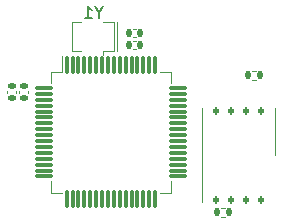
<source format=gbr>
%TF.GenerationSoftware,KiCad,Pcbnew,7.0.8*%
%TF.CreationDate,2023-10-14T12:30:27+02:00*%
%TF.ProjectId,RotorflightF7,526f746f-7266-46c6-9967-687446372e6b,rev?*%
%TF.SameCoordinates,Original*%
%TF.FileFunction,Legend,Bot*%
%TF.FilePolarity,Positive*%
%FSLAX46Y46*%
G04 Gerber Fmt 4.6, Leading zero omitted, Abs format (unit mm)*
G04 Created by KiCad (PCBNEW 7.0.8) date 2023-10-14 12:30:27*
%MOMM*%
%LPD*%
G01*
G04 APERTURE LIST*
G04 Aperture macros list*
%AMRoundRect*
0 Rectangle with rounded corners*
0 $1 Rounding radius*
0 $2 $3 $4 $5 $6 $7 $8 $9 X,Y pos of 4 corners*
0 Add a 4 corners polygon primitive as box body*
4,1,4,$2,$3,$4,$5,$6,$7,$8,$9,$2,$3,0*
0 Add four circle primitives for the rounded corners*
1,1,$1+$1,$2,$3*
1,1,$1+$1,$4,$5*
1,1,$1+$1,$6,$7*
1,1,$1+$1,$8,$9*
0 Add four rect primitives between the rounded corners*
20,1,$1+$1,$2,$3,$4,$5,0*
20,1,$1+$1,$4,$5,$6,$7,0*
20,1,$1+$1,$6,$7,$8,$9,0*
20,1,$1+$1,$8,$9,$2,$3,0*%
G04 Aperture macros list end*
%ADD10C,0.150000*%
%ADD11C,0.120000*%
%ADD12R,0.400000X1.900000*%
%ADD13C,1.700000*%
%ADD14O,1.700000X1.700000*%
%ADD15R,1.700000X1.700000*%
%ADD16C,0.650000*%
%ADD17O,2.100000X1.000000*%
%ADD18O,1.600000X1.000000*%
%ADD19RoundRect,0.075000X-0.075000X0.700000X-0.075000X-0.700000X0.075000X-0.700000X0.075000X0.700000X0*%
%ADD20RoundRect,0.075000X-0.700000X0.075000X-0.700000X-0.075000X0.700000X-0.075000X0.700000X0.075000X0*%
%ADD21RoundRect,0.140000X0.140000X0.170000X-0.140000X0.170000X-0.140000X-0.170000X0.140000X-0.170000X0*%
%ADD22RoundRect,0.125000X0.125000X-0.200000X0.125000X0.200000X-0.125000X0.200000X-0.125000X-0.200000X0*%
%ADD23R,4.300000X3.400000*%
%ADD24RoundRect,0.140000X-0.170000X0.140000X-0.170000X-0.140000X0.170000X-0.140000X0.170000X0.140000X0*%
%ADD25RoundRect,0.135000X-0.135000X-0.185000X0.135000X-0.185000X0.135000X0.185000X-0.135000X0.185000X0*%
%ADD26RoundRect,0.135000X0.135000X0.185000X-0.135000X0.185000X-0.135000X-0.185000X0.135000X-0.185000X0*%
G04 APERTURE END LIST*
D10*
X119866190Y-41308628D02*
X119866190Y-41784819D01*
X120199523Y-40784819D02*
X119866190Y-41308628D01*
X119866190Y-41308628D02*
X119532857Y-40784819D01*
X118675714Y-41784819D02*
X119247142Y-41784819D01*
X118961428Y-41784819D02*
X118961428Y-40784819D01*
X118961428Y-40784819D02*
X119056666Y-40927676D01*
X119056666Y-40927676D02*
X119151904Y-41022914D01*
X119151904Y-41022914D02*
X119247142Y-41070533D01*
D11*
%TO.C,Y1*%
X121190000Y-42130000D02*
X120190000Y-42130000D01*
X117590000Y-44130000D02*
X117590000Y-44530000D01*
X117590000Y-44530000D02*
X118390000Y-44530000D01*
X118390000Y-42130000D02*
X117590000Y-42130000D01*
X120190000Y-44530000D02*
X121190000Y-44530000D01*
X121190000Y-44130000D02*
X121190000Y-42130000D01*
X121390000Y-44130000D02*
X121390000Y-44530000D01*
X121190000Y-44130000D02*
X121190000Y-44530000D01*
X120190000Y-44530000D02*
X120190000Y-44930000D01*
X121390000Y-42130000D02*
X121390000Y-44130000D01*
X117590000Y-42130000D02*
X117590000Y-44130000D01*
%TO.C,U6*%
X126000000Y-46320000D02*
X125050000Y-46320000D01*
X116730000Y-46320000D02*
X116730000Y-44980000D01*
X115780000Y-46320000D02*
X116730000Y-46320000D01*
X126000000Y-47270000D02*
X126000000Y-46320000D01*
X115780000Y-47270000D02*
X115780000Y-46320000D01*
X126000000Y-55590000D02*
X126000000Y-56540000D01*
X115780000Y-55590000D02*
X115780000Y-56540000D01*
X126000000Y-56540000D02*
X125050000Y-56540000D01*
X115780000Y-56540000D02*
X116730000Y-56540000D01*
%TO.C,C19*%
X122997836Y-44390000D02*
X122782164Y-44390000D01*
X122997836Y-43670000D02*
X122782164Y-43670000D01*
%TO.C,C11*%
X122997836Y-43390000D02*
X122782164Y-43390000D01*
X122997836Y-42670000D02*
X122782164Y-42670000D01*
%TO.C,U9*%
X128580000Y-57380000D02*
X128580000Y-49380000D01*
X134800000Y-53380000D02*
X134800000Y-49380000D01*
%TO.C,C10*%
X113850000Y-47922164D02*
X113850000Y-48137836D01*
X113130000Y-47922164D02*
X113130000Y-48137836D01*
%TO.C,C20*%
X112850000Y-47922164D02*
X112850000Y-48137836D01*
X112130000Y-47922164D02*
X112130000Y-48137836D01*
%TO.C,R13*%
X130236359Y-57850000D02*
X130543641Y-57850000D01*
X130236359Y-58610000D02*
X130543641Y-58610000D01*
%TO.C,R12*%
X133143641Y-47010000D02*
X132836359Y-47010000D01*
X133143641Y-46250000D02*
X132836359Y-46250000D01*
%TD*%
%LPC*%
D12*
%TO.C,Y1*%
X120590000Y-43330000D03*
X119390000Y-43330000D03*
X118190000Y-43330000D03*
%TD*%
D13*
%TO.C,J2*%
X105000000Y-57550000D03*
D14*
X105000000Y-55010000D03*
X105000000Y-52470000D03*
X105000000Y-49930000D03*
X105000000Y-44850000D03*
X105000000Y-42310000D03*
X105000000Y-39770000D03*
D13*
X102460000Y-57550000D03*
D14*
X102460000Y-55010000D03*
X102460000Y-52470000D03*
X102460000Y-49930000D03*
X102460000Y-44850000D03*
X102460000Y-42310000D03*
X102460000Y-39770000D03*
D15*
X99920000Y-57550000D03*
X99920000Y-55010000D03*
X99920000Y-52470000D03*
X99920000Y-49930000D03*
X99920000Y-44850000D03*
X99920000Y-42310000D03*
X99920000Y-39770000D03*
%TD*%
D16*
%TO.C,J1*%
X129550000Y-46820000D03*
X129550000Y-41040000D03*
D17*
X129020000Y-48250000D03*
D18*
X133200000Y-48250000D03*
D17*
X129020000Y-39610000D03*
D18*
X133200000Y-39610000D03*
%TD*%
D19*
%TO.C,U6*%
X117140000Y-45755000D03*
X117640000Y-45755000D03*
X118140000Y-45755000D03*
X118640000Y-45755000D03*
X119140000Y-45755000D03*
X119640000Y-45755000D03*
X120140000Y-45755000D03*
X120640000Y-45755000D03*
X121140000Y-45755000D03*
X121640000Y-45755000D03*
X122140000Y-45755000D03*
X122640000Y-45755000D03*
X123140000Y-45755000D03*
X123640000Y-45755000D03*
X124140000Y-45755000D03*
X124640000Y-45755000D03*
D20*
X126565000Y-47680000D03*
X126565000Y-48180000D03*
X126565000Y-48680000D03*
X126565000Y-49180000D03*
X126565000Y-49680000D03*
X126565000Y-50180000D03*
X126565000Y-50680000D03*
X126565000Y-51180000D03*
X126565000Y-51680000D03*
X126565000Y-52180000D03*
X126565000Y-52680000D03*
X126565000Y-53180000D03*
X126565000Y-53680000D03*
X126565000Y-54180000D03*
X126565000Y-54680000D03*
X126565000Y-55180000D03*
D19*
X124640000Y-57105000D03*
X124140000Y-57105000D03*
X123640000Y-57105000D03*
X123140000Y-57105000D03*
X122640000Y-57105000D03*
X122140000Y-57105000D03*
X121640000Y-57105000D03*
X121140000Y-57105000D03*
X120640000Y-57105000D03*
X120140000Y-57105000D03*
X119640000Y-57105000D03*
X119140000Y-57105000D03*
X118640000Y-57105000D03*
X118140000Y-57105000D03*
X117640000Y-57105000D03*
X117140000Y-57105000D03*
D20*
X115215000Y-55180000D03*
X115215000Y-54680000D03*
X115215000Y-54180000D03*
X115215000Y-53680000D03*
X115215000Y-53180000D03*
X115215000Y-52680000D03*
X115215000Y-52180000D03*
X115215000Y-51680000D03*
X115215000Y-51180000D03*
X115215000Y-50680000D03*
X115215000Y-50180000D03*
X115215000Y-49680000D03*
X115215000Y-49180000D03*
X115215000Y-48680000D03*
X115215000Y-48180000D03*
X115215000Y-47680000D03*
%TD*%
D21*
%TO.C,C19*%
X123370000Y-44030000D03*
X122410000Y-44030000D03*
%TD*%
%TO.C,C11*%
X123370000Y-43030000D03*
X122410000Y-43030000D03*
%TD*%
D22*
%TO.C,U9*%
X133595000Y-57130000D03*
X132325000Y-57130000D03*
X131055000Y-57130000D03*
X129785000Y-57130000D03*
X129785000Y-49630000D03*
X131055000Y-49630000D03*
X132325000Y-49630000D03*
X133595000Y-49630000D03*
D23*
X131690000Y-53380000D03*
%TD*%
D24*
%TO.C,C10*%
X113490000Y-47550000D03*
X113490000Y-48510000D03*
%TD*%
%TO.C,C20*%
X112490000Y-47550000D03*
X112490000Y-48510000D03*
%TD*%
D25*
%TO.C,R13*%
X129880000Y-58230000D03*
X130900000Y-58230000D03*
%TD*%
D26*
%TO.C,R12*%
X133500000Y-46630000D03*
X132480000Y-46630000D03*
%TD*%
%LPD*%
M02*

</source>
